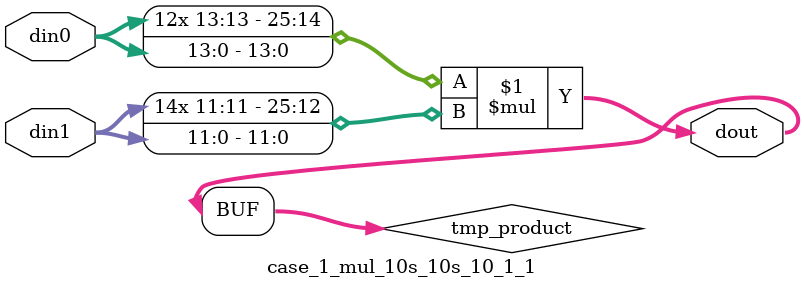
<source format=v>

`timescale 1 ns / 1 ps

 module case_1_mul_10s_10s_10_1_1(din0, din1, dout);
parameter ID = 1;
parameter NUM_STAGE = 0;
parameter din0_WIDTH = 14;
parameter din1_WIDTH = 12;
parameter dout_WIDTH = 26;

input [din0_WIDTH - 1 : 0] din0; 
input [din1_WIDTH - 1 : 0] din1; 
output [dout_WIDTH - 1 : 0] dout;

wire signed [dout_WIDTH - 1 : 0] tmp_product;



























assign tmp_product = $signed(din0) * $signed(din1);








assign dout = tmp_product;





















endmodule

</source>
